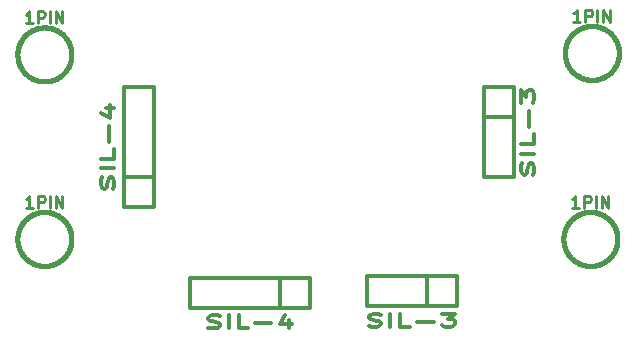
<source format=gto>
G04 ( created by brdgerber.py ( brdgerber.py v0.1 2014-03-12 ) ) date 2021-02-22 12:09:11 EST*
G04 Gerber Fmt 3.4, Leading zero omitted, Abs format*
%MOIN*%
%FSLAX34Y34*%
G01*
G70*
G90*
G04 APERTURE LIST*
%ADD18C,0.0000*%
%ADD16C,0.0120*%
%ADD13C,0.0150*%
%ADD12C,0.0100*%
%ADD14R,0.0550X0.0550*%
%ADD17C,0.0787*%
%ADD11C,0.1600*%
%ADD15C,0.0550*%
%ADD10C,0.0200*%
G04 APERTURE END LIST*
G54D18*
D13*
G01X-07800Y-02100D02*
G01X-07800Y-02100D01*
G01X-07800Y-02078D01*
G01X-07801Y-02056D01*
G01X-07802Y-02034D01*
G01X-07804Y-02012D01*
G01X-07807Y-01990D01*
G01X-07810Y-01968D01*
G01X-07813Y-01946D01*
G01X-07817Y-01924D01*
G01X-07822Y-01903D01*
G01X-07827Y-01881D01*
G01X-07833Y-01860D01*
G01X-07839Y-01839D01*
G01X-07845Y-01818D01*
G01X-07853Y-01797D01*
G01X-07860Y-01776D01*
G01X-07869Y-01756D01*
G01X-07877Y-01735D01*
G01X-07886Y-01715D01*
G01X-07896Y-01695D01*
G01X-07906Y-01676D01*
G01X-07917Y-01656D01*
G01X-07928Y-01637D01*
G01X-07940Y-01619D01*
G01X-07952Y-01600D01*
G01X-07964Y-01582D01*
G01X-07977Y-01564D01*
G01X-07990Y-01546D01*
G01X-08004Y-01529D01*
G01X-08019Y-01512D01*
G01X-08033Y-01496D01*
G01X-08048Y-01479D01*
G01X-08064Y-01464D01*
G01X-08079Y-01448D01*
G01X-08096Y-01433D01*
G01X-08112Y-01419D01*
G01X-08129Y-01404D01*
G01X-08146Y-01390D01*
G01X-08164Y-01377D01*
G01X-08182Y-01364D01*
G01X-08200Y-01352D01*
G01X-08219Y-01340D01*
G01X-08237Y-01328D01*
G01X-08256Y-01317D01*
G01X-08276Y-01306D01*
G01X-08295Y-01296D01*
G01X-08315Y-01286D01*
G01X-08335Y-01277D01*
G01X-08356Y-01269D01*
G01X-08376Y-01260D01*
G01X-08397Y-01253D01*
G01X-08418Y-01245D01*
G01X-08439Y-01239D01*
G01X-08460Y-01233D01*
G01X-08481Y-01227D01*
G01X-08503Y-01222D01*
G01X-08524Y-01217D01*
G01X-08546Y-01213D01*
G01X-08568Y-01210D01*
G01X-08590Y-01207D01*
G01X-08612Y-01204D01*
G01X-08634Y-01202D01*
G01X-08656Y-01201D01*
G01X-08678Y-01200D01*
G01X-08700Y-01200D01*
G01X-08722Y-01200D01*
G01X-08744Y-01201D01*
G01X-08766Y-01202D01*
G01X-08788Y-01204D01*
G01X-08810Y-01207D01*
G01X-08832Y-01210D01*
G01X-08854Y-01213D01*
G01X-08876Y-01217D01*
G01X-08897Y-01222D01*
G01X-08919Y-01227D01*
G01X-08940Y-01233D01*
G01X-08961Y-01239D01*
G01X-08982Y-01245D01*
G01X-09003Y-01253D01*
G01X-09024Y-01260D01*
G01X-09044Y-01269D01*
G01X-09065Y-01277D01*
G01X-09085Y-01286D01*
G01X-09105Y-01296D01*
G01X-09124Y-01306D01*
G01X-09144Y-01317D01*
G01X-09163Y-01328D01*
G01X-09181Y-01340D01*
G01X-09200Y-01352D01*
G01X-09218Y-01364D01*
G01X-09236Y-01377D01*
G01X-09254Y-01390D01*
G01X-09271Y-01404D01*
G01X-09288Y-01419D01*
G01X-09304Y-01433D01*
G01X-09321Y-01448D01*
G01X-09336Y-01464D01*
G01X-09352Y-01479D01*
G01X-09367Y-01496D01*
G01X-09381Y-01512D01*
G01X-09396Y-01529D01*
G01X-09410Y-01546D01*
G01X-09423Y-01564D01*
G01X-09436Y-01582D01*
G01X-09448Y-01600D01*
G01X-09460Y-01619D01*
G01X-09472Y-01637D01*
G01X-09483Y-01656D01*
G01X-09494Y-01676D01*
G01X-09504Y-01695D01*
G01X-09514Y-01715D01*
G01X-09523Y-01735D01*
G01X-09531Y-01756D01*
G01X-09540Y-01776D01*
G01X-09547Y-01797D01*
G01X-09555Y-01818D01*
G01X-09561Y-01839D01*
G01X-09567Y-01860D01*
G01X-09573Y-01881D01*
G01X-09578Y-01903D01*
G01X-09583Y-01924D01*
G01X-09587Y-01946D01*
G01X-09590Y-01968D01*
G01X-09593Y-01990D01*
G01X-09596Y-02012D01*
G01X-09598Y-02034D01*
G01X-09599Y-02056D01*
G01X-09600Y-02078D01*
G01X-09600Y-02100D01*
G01X-09600Y-02122D01*
G01X-09599Y-02144D01*
G01X-09598Y-02166D01*
G01X-09596Y-02188D01*
G01X-09593Y-02210D01*
G01X-09590Y-02232D01*
G01X-09587Y-02254D01*
G01X-09583Y-02276D01*
G01X-09578Y-02297D01*
G01X-09573Y-02319D01*
G01X-09567Y-02340D01*
G01X-09561Y-02361D01*
G01X-09555Y-02382D01*
G01X-09547Y-02403D01*
G01X-09540Y-02424D01*
G01X-09531Y-02444D01*
G01X-09523Y-02465D01*
G01X-09514Y-02485D01*
G01X-09504Y-02505D01*
G01X-09494Y-02524D01*
G01X-09483Y-02544D01*
G01X-09472Y-02563D01*
G01X-09460Y-02581D01*
G01X-09448Y-02600D01*
G01X-09436Y-02618D01*
G01X-09423Y-02636D01*
G01X-09410Y-02654D01*
G01X-09396Y-02671D01*
G01X-09381Y-02688D01*
G01X-09367Y-02704D01*
G01X-09352Y-02721D01*
G01X-09336Y-02736D01*
G01X-09321Y-02752D01*
G01X-09304Y-02767D01*
G01X-09288Y-02781D01*
G01X-09271Y-02796D01*
G01X-09254Y-02810D01*
G01X-09236Y-02823D01*
G01X-09218Y-02836D01*
G01X-09200Y-02848D01*
G01X-09181Y-02860D01*
G01X-09163Y-02872D01*
G01X-09144Y-02883D01*
G01X-09124Y-02894D01*
G01X-09105Y-02904D01*
G01X-09085Y-02914D01*
G01X-09065Y-02923D01*
G01X-09044Y-02931D01*
G01X-09024Y-02940D01*
G01X-09003Y-02947D01*
G01X-08982Y-02955D01*
G01X-08961Y-02961D01*
G01X-08940Y-02967D01*
G01X-08919Y-02973D01*
G01X-08897Y-02978D01*
G01X-08876Y-02983D01*
G01X-08854Y-02987D01*
G01X-08832Y-02990D01*
G01X-08810Y-02993D01*
G01X-08788Y-02996D01*
G01X-08766Y-02998D01*
G01X-08744Y-02999D01*
G01X-08722Y-03000D01*
G01X-08700Y-03000D01*
G01X-08678Y-03000D01*
G01X-08656Y-02999D01*
G01X-08634Y-02998D01*
G01X-08612Y-02996D01*
G01X-08590Y-02993D01*
G01X-08568Y-02990D01*
G01X-08546Y-02987D01*
G01X-08524Y-02983D01*
G01X-08503Y-02978D01*
G01X-08481Y-02973D01*
G01X-08460Y-02967D01*
G01X-08439Y-02961D01*
G01X-08418Y-02955D01*
G01X-08397Y-02947D01*
G01X-08376Y-02940D01*
G01X-08356Y-02931D01*
G01X-08335Y-02923D01*
G01X-08315Y-02914D01*
G01X-08295Y-02904D01*
G01X-08276Y-02894D01*
G01X-08256Y-02883D01*
G01X-08237Y-02872D01*
G01X-08219Y-02860D01*
G01X-08200Y-02848D01*
G01X-08182Y-02836D01*
G01X-08164Y-02823D01*
G01X-08146Y-02810D01*
G01X-08129Y-02796D01*
G01X-08112Y-02781D01*
G01X-08096Y-02767D01*
G01X-08079Y-02752D01*
G01X-08064Y-02736D01*
G01X-08048Y-02721D01*
G01X-08033Y-02704D01*
G01X-08019Y-02688D01*
G01X-08004Y-02671D01*
G01X-07990Y-02654D01*
G01X-07977Y-02636D01*
G01X-07964Y-02618D01*
G01X-07952Y-02600D01*
G01X-07940Y-02581D01*
G01X-07928Y-02563D01*
G01X-07917Y-02544D01*
G01X-07906Y-02524D01*
G01X-07896Y-02505D01*
G01X-07886Y-02485D01*
G01X-07877Y-02465D01*
G01X-07869Y-02444D01*
G01X-07860Y-02424D01*
G01X-07853Y-02403D01*
G01X-07845Y-02382D01*
G01X-07839Y-02361D01*
G01X-07833Y-02340D01*
G01X-07827Y-02319D01*
G01X-07822Y-02297D01*
G01X-07817Y-02276D01*
G01X-07813Y-02254D01*
G01X-07810Y-02232D01*
G01X-07807Y-02210D01*
G01X-07804Y-02188D01*
G01X-07802Y-02166D01*
G01X-07801Y-02144D01*
G01X-07800Y-02122D01*
G01X-07800Y-02100D01*
D12*
G01X-09090Y-01062D02*
G01X-09319Y-01062D01*
D12*
G01X-09205Y-01062D02*
G01X-09205Y-00662D01*
G01X-09243Y-00719D01*
G01X-09281Y-00757D01*
G01X-09319Y-00776D01*
D12*
G01X-08919Y-01062D02*
G01X-08919Y-00662D01*
G01X-08767Y-00662D01*
G01X-08729Y-00681D01*
G01X-08710Y-00700D01*
G01X-08690Y-00738D01*
G01X-08690Y-00795D01*
G01X-08710Y-00833D01*
G01X-08729Y-00852D01*
G01X-08767Y-00871D01*
G01X-08919Y-00871D01*
D12*
G01X-08519Y-01062D02*
G01X-08519Y-00662D01*
D12*
G01X-08329Y-01062D02*
G01X-08329Y-00662D01*
G01X-08100Y-01062D01*
G01X-08100Y-00662D01*
D13*
G01X10400Y-02100D02*
G01X10400Y-02100D01*
G01X10400Y-02078D01*
G01X10399Y-02056D01*
G01X10398Y-02034D01*
G01X10396Y-02012D01*
G01X10393Y-01990D01*
G01X10390Y-01968D01*
G01X10387Y-01946D01*
G01X10383Y-01924D01*
G01X10378Y-01903D01*
G01X10373Y-01881D01*
G01X10367Y-01860D01*
G01X10361Y-01839D01*
G01X10355Y-01818D01*
G01X10347Y-01797D01*
G01X10340Y-01776D01*
G01X10331Y-01756D01*
G01X10323Y-01735D01*
G01X10314Y-01715D01*
G01X10304Y-01695D01*
G01X10294Y-01676D01*
G01X10283Y-01656D01*
G01X10272Y-01637D01*
G01X10260Y-01619D01*
G01X10248Y-01600D01*
G01X10236Y-01582D01*
G01X10223Y-01564D01*
G01X10210Y-01546D01*
G01X10196Y-01529D01*
G01X10181Y-01512D01*
G01X10167Y-01496D01*
G01X10152Y-01479D01*
G01X10136Y-01464D01*
G01X10121Y-01448D01*
G01X10104Y-01433D01*
G01X10088Y-01419D01*
G01X10071Y-01404D01*
G01X10054Y-01390D01*
G01X10036Y-01377D01*
G01X10018Y-01364D01*
G01X10000Y-01352D01*
G01X09981Y-01340D01*
G01X09963Y-01328D01*
G01X09944Y-01317D01*
G01X09924Y-01306D01*
G01X09905Y-01296D01*
G01X09885Y-01286D01*
G01X09865Y-01277D01*
G01X09844Y-01269D01*
G01X09824Y-01260D01*
G01X09803Y-01253D01*
G01X09782Y-01245D01*
G01X09761Y-01239D01*
G01X09740Y-01233D01*
G01X09719Y-01227D01*
G01X09697Y-01222D01*
G01X09676Y-01217D01*
G01X09654Y-01213D01*
G01X09632Y-01210D01*
G01X09610Y-01207D01*
G01X09588Y-01204D01*
G01X09566Y-01202D01*
G01X09544Y-01201D01*
G01X09522Y-01200D01*
G01X09500Y-01200D01*
G01X09478Y-01200D01*
G01X09456Y-01201D01*
G01X09434Y-01202D01*
G01X09412Y-01204D01*
G01X09390Y-01207D01*
G01X09368Y-01210D01*
G01X09346Y-01213D01*
G01X09324Y-01217D01*
G01X09303Y-01222D01*
G01X09281Y-01227D01*
G01X09260Y-01233D01*
G01X09239Y-01239D01*
G01X09218Y-01245D01*
G01X09197Y-01253D01*
G01X09176Y-01260D01*
G01X09156Y-01269D01*
G01X09135Y-01277D01*
G01X09115Y-01286D01*
G01X09095Y-01296D01*
G01X09076Y-01306D01*
G01X09056Y-01317D01*
G01X09037Y-01328D01*
G01X09019Y-01340D01*
G01X09000Y-01352D01*
G01X08982Y-01364D01*
G01X08964Y-01377D01*
G01X08946Y-01390D01*
G01X08929Y-01404D01*
G01X08912Y-01419D01*
G01X08896Y-01433D01*
G01X08879Y-01448D01*
G01X08864Y-01464D01*
G01X08848Y-01479D01*
G01X08833Y-01496D01*
G01X08819Y-01512D01*
G01X08804Y-01529D01*
G01X08790Y-01546D01*
G01X08777Y-01564D01*
G01X08764Y-01582D01*
G01X08752Y-01600D01*
G01X08740Y-01619D01*
G01X08728Y-01637D01*
G01X08717Y-01656D01*
G01X08706Y-01676D01*
G01X08696Y-01695D01*
G01X08686Y-01715D01*
G01X08677Y-01735D01*
G01X08669Y-01756D01*
G01X08660Y-01776D01*
G01X08653Y-01797D01*
G01X08645Y-01818D01*
G01X08639Y-01839D01*
G01X08633Y-01860D01*
G01X08627Y-01881D01*
G01X08622Y-01903D01*
G01X08617Y-01924D01*
G01X08613Y-01946D01*
G01X08610Y-01968D01*
G01X08607Y-01990D01*
G01X08604Y-02012D01*
G01X08602Y-02034D01*
G01X08601Y-02056D01*
G01X08600Y-02078D01*
G01X08600Y-02100D01*
G01X08600Y-02122D01*
G01X08601Y-02144D01*
G01X08602Y-02166D01*
G01X08604Y-02188D01*
G01X08607Y-02210D01*
G01X08610Y-02232D01*
G01X08613Y-02254D01*
G01X08617Y-02276D01*
G01X08622Y-02297D01*
G01X08627Y-02319D01*
G01X08633Y-02340D01*
G01X08639Y-02361D01*
G01X08645Y-02382D01*
G01X08653Y-02403D01*
G01X08660Y-02424D01*
G01X08669Y-02444D01*
G01X08677Y-02465D01*
G01X08686Y-02485D01*
G01X08696Y-02505D01*
G01X08706Y-02524D01*
G01X08717Y-02544D01*
G01X08728Y-02563D01*
G01X08740Y-02581D01*
G01X08752Y-02600D01*
G01X08764Y-02618D01*
G01X08777Y-02636D01*
G01X08790Y-02654D01*
G01X08804Y-02671D01*
G01X08819Y-02688D01*
G01X08833Y-02704D01*
G01X08848Y-02721D01*
G01X08864Y-02736D01*
G01X08879Y-02752D01*
G01X08896Y-02767D01*
G01X08912Y-02781D01*
G01X08929Y-02796D01*
G01X08946Y-02810D01*
G01X08964Y-02823D01*
G01X08982Y-02836D01*
G01X09000Y-02848D01*
G01X09019Y-02860D01*
G01X09037Y-02872D01*
G01X09056Y-02883D01*
G01X09076Y-02894D01*
G01X09095Y-02904D01*
G01X09115Y-02914D01*
G01X09135Y-02923D01*
G01X09156Y-02931D01*
G01X09176Y-02940D01*
G01X09197Y-02947D01*
G01X09218Y-02955D01*
G01X09239Y-02961D01*
G01X09260Y-02967D01*
G01X09281Y-02973D01*
G01X09303Y-02978D01*
G01X09324Y-02983D01*
G01X09346Y-02987D01*
G01X09368Y-02990D01*
G01X09390Y-02993D01*
G01X09412Y-02996D01*
G01X09434Y-02998D01*
G01X09456Y-02999D01*
G01X09478Y-03000D01*
G01X09500Y-03000D01*
G01X09522Y-03000D01*
G01X09544Y-02999D01*
G01X09566Y-02998D01*
G01X09588Y-02996D01*
G01X09610Y-02993D01*
G01X09632Y-02990D01*
G01X09654Y-02987D01*
G01X09676Y-02983D01*
G01X09697Y-02978D01*
G01X09719Y-02973D01*
G01X09740Y-02967D01*
G01X09761Y-02961D01*
G01X09782Y-02955D01*
G01X09803Y-02947D01*
G01X09824Y-02940D01*
G01X09844Y-02931D01*
G01X09865Y-02923D01*
G01X09885Y-02914D01*
G01X09905Y-02904D01*
G01X09924Y-02894D01*
G01X09944Y-02883D01*
G01X09963Y-02872D01*
G01X09981Y-02860D01*
G01X10000Y-02848D01*
G01X10018Y-02836D01*
G01X10036Y-02823D01*
G01X10054Y-02810D01*
G01X10071Y-02796D01*
G01X10088Y-02781D01*
G01X10104Y-02767D01*
G01X10121Y-02752D01*
G01X10136Y-02736D01*
G01X10152Y-02721D01*
G01X10167Y-02704D01*
G01X10181Y-02688D01*
G01X10196Y-02671D01*
G01X10210Y-02654D01*
G01X10223Y-02636D01*
G01X10236Y-02618D01*
G01X10248Y-02600D01*
G01X10260Y-02581D01*
G01X10272Y-02563D01*
G01X10283Y-02544D01*
G01X10294Y-02524D01*
G01X10304Y-02505D01*
G01X10314Y-02485D01*
G01X10323Y-02465D01*
G01X10331Y-02444D01*
G01X10340Y-02424D01*
G01X10347Y-02403D01*
G01X10355Y-02382D01*
G01X10361Y-02361D01*
G01X10367Y-02340D01*
G01X10373Y-02319D01*
G01X10378Y-02297D01*
G01X10383Y-02276D01*
G01X10387Y-02254D01*
G01X10390Y-02232D01*
G01X10393Y-02210D01*
G01X10396Y-02188D01*
G01X10398Y-02166D01*
G01X10399Y-02144D01*
G01X10400Y-02122D01*
G01X10400Y-02100D01*
D12*
G01X09110Y-01062D02*
G01X08881Y-01062D01*
D12*
G01X08995Y-01062D02*
G01X08995Y-00662D01*
G01X08957Y-00719D01*
G01X08919Y-00757D01*
G01X08881Y-00776D01*
D12*
G01X09281Y-01062D02*
G01X09281Y-00662D01*
G01X09433Y-00662D01*
G01X09471Y-00681D01*
G01X09490Y-00700D01*
G01X09510Y-00738D01*
G01X09510Y-00795D01*
G01X09490Y-00833D01*
G01X09471Y-00852D01*
G01X09433Y-00871D01*
G01X09281Y-00871D01*
D12*
G01X09681Y-01062D02*
G01X09681Y-00662D01*
D12*
G01X09871Y-01062D02*
G01X09871Y-00662D01*
G01X10100Y-01062D01*
G01X10100Y-00662D01*
D13*
G01X-07800Y04050D02*
G01X-07800Y04050D01*
G01X-07800Y04072D01*
G01X-07801Y04094D01*
G01X-07802Y04116D01*
G01X-07804Y04138D01*
G01X-07807Y04160D01*
G01X-07810Y04182D01*
G01X-07813Y04204D01*
G01X-07817Y04226D01*
G01X-07822Y04247D01*
G01X-07827Y04269D01*
G01X-07833Y04290D01*
G01X-07839Y04311D01*
G01X-07845Y04332D01*
G01X-07853Y04353D01*
G01X-07860Y04374D01*
G01X-07869Y04394D01*
G01X-07877Y04415D01*
G01X-07886Y04435D01*
G01X-07896Y04455D01*
G01X-07906Y04474D01*
G01X-07917Y04494D01*
G01X-07928Y04513D01*
G01X-07940Y04531D01*
G01X-07952Y04550D01*
G01X-07964Y04568D01*
G01X-07977Y04586D01*
G01X-07990Y04604D01*
G01X-08004Y04621D01*
G01X-08019Y04638D01*
G01X-08033Y04654D01*
G01X-08048Y04671D01*
G01X-08064Y04686D01*
G01X-08079Y04702D01*
G01X-08096Y04717D01*
G01X-08112Y04731D01*
G01X-08129Y04746D01*
G01X-08146Y04760D01*
G01X-08164Y04773D01*
G01X-08182Y04786D01*
G01X-08200Y04798D01*
G01X-08219Y04810D01*
G01X-08237Y04822D01*
G01X-08256Y04833D01*
G01X-08276Y04844D01*
G01X-08295Y04854D01*
G01X-08315Y04864D01*
G01X-08335Y04873D01*
G01X-08356Y04881D01*
G01X-08376Y04890D01*
G01X-08397Y04897D01*
G01X-08418Y04905D01*
G01X-08439Y04911D01*
G01X-08460Y04917D01*
G01X-08481Y04923D01*
G01X-08503Y04928D01*
G01X-08524Y04933D01*
G01X-08546Y04937D01*
G01X-08568Y04940D01*
G01X-08590Y04943D01*
G01X-08612Y04946D01*
G01X-08634Y04948D01*
G01X-08656Y04949D01*
G01X-08678Y04950D01*
G01X-08700Y04950D01*
G01X-08722Y04950D01*
G01X-08744Y04949D01*
G01X-08766Y04948D01*
G01X-08788Y04946D01*
G01X-08810Y04943D01*
G01X-08832Y04940D01*
G01X-08854Y04937D01*
G01X-08876Y04933D01*
G01X-08897Y04928D01*
G01X-08919Y04923D01*
G01X-08940Y04917D01*
G01X-08961Y04911D01*
G01X-08982Y04905D01*
G01X-09003Y04897D01*
G01X-09024Y04890D01*
G01X-09044Y04881D01*
G01X-09065Y04873D01*
G01X-09085Y04864D01*
G01X-09105Y04854D01*
G01X-09124Y04844D01*
G01X-09144Y04833D01*
G01X-09163Y04822D01*
G01X-09181Y04810D01*
G01X-09200Y04798D01*
G01X-09218Y04786D01*
G01X-09236Y04773D01*
G01X-09254Y04760D01*
G01X-09271Y04746D01*
G01X-09288Y04731D01*
G01X-09304Y04717D01*
G01X-09321Y04702D01*
G01X-09336Y04686D01*
G01X-09352Y04671D01*
G01X-09367Y04654D01*
G01X-09381Y04638D01*
G01X-09396Y04621D01*
G01X-09410Y04604D01*
G01X-09423Y04586D01*
G01X-09436Y04568D01*
G01X-09448Y04550D01*
G01X-09460Y04531D01*
G01X-09472Y04513D01*
G01X-09483Y04494D01*
G01X-09494Y04474D01*
G01X-09504Y04455D01*
G01X-09514Y04435D01*
G01X-09523Y04415D01*
G01X-09531Y04394D01*
G01X-09540Y04374D01*
G01X-09547Y04353D01*
G01X-09555Y04332D01*
G01X-09561Y04311D01*
G01X-09567Y04290D01*
G01X-09573Y04269D01*
G01X-09578Y04247D01*
G01X-09583Y04226D01*
G01X-09587Y04204D01*
G01X-09590Y04182D01*
G01X-09593Y04160D01*
G01X-09596Y04138D01*
G01X-09598Y04116D01*
G01X-09599Y04094D01*
G01X-09600Y04072D01*
G01X-09600Y04050D01*
G01X-09600Y04028D01*
G01X-09599Y04006D01*
G01X-09598Y03984D01*
G01X-09596Y03962D01*
G01X-09593Y03940D01*
G01X-09590Y03918D01*
G01X-09587Y03896D01*
G01X-09583Y03874D01*
G01X-09578Y03853D01*
G01X-09573Y03831D01*
G01X-09567Y03810D01*
G01X-09561Y03789D01*
G01X-09555Y03768D01*
G01X-09547Y03747D01*
G01X-09540Y03726D01*
G01X-09531Y03706D01*
G01X-09523Y03685D01*
G01X-09514Y03665D01*
G01X-09504Y03645D01*
G01X-09494Y03626D01*
G01X-09483Y03606D01*
G01X-09472Y03587D01*
G01X-09460Y03569D01*
G01X-09448Y03550D01*
G01X-09436Y03532D01*
G01X-09423Y03514D01*
G01X-09410Y03496D01*
G01X-09396Y03479D01*
G01X-09381Y03462D01*
G01X-09367Y03446D01*
G01X-09352Y03429D01*
G01X-09336Y03414D01*
G01X-09321Y03398D01*
G01X-09304Y03383D01*
G01X-09288Y03369D01*
G01X-09271Y03354D01*
G01X-09254Y03340D01*
G01X-09236Y03327D01*
G01X-09218Y03314D01*
G01X-09200Y03302D01*
G01X-09181Y03290D01*
G01X-09163Y03278D01*
G01X-09144Y03267D01*
G01X-09124Y03256D01*
G01X-09105Y03246D01*
G01X-09085Y03236D01*
G01X-09065Y03227D01*
G01X-09044Y03219D01*
G01X-09024Y03210D01*
G01X-09003Y03203D01*
G01X-08982Y03195D01*
G01X-08961Y03189D01*
G01X-08940Y03183D01*
G01X-08919Y03177D01*
G01X-08897Y03172D01*
G01X-08876Y03167D01*
G01X-08854Y03163D01*
G01X-08832Y03160D01*
G01X-08810Y03157D01*
G01X-08788Y03154D01*
G01X-08766Y03152D01*
G01X-08744Y03151D01*
G01X-08722Y03150D01*
G01X-08700Y03150D01*
G01X-08678Y03150D01*
G01X-08656Y03151D01*
G01X-08634Y03152D01*
G01X-08612Y03154D01*
G01X-08590Y03157D01*
G01X-08568Y03160D01*
G01X-08546Y03163D01*
G01X-08524Y03167D01*
G01X-08503Y03172D01*
G01X-08481Y03177D01*
G01X-08460Y03183D01*
G01X-08439Y03189D01*
G01X-08418Y03195D01*
G01X-08397Y03203D01*
G01X-08376Y03210D01*
G01X-08356Y03219D01*
G01X-08335Y03227D01*
G01X-08315Y03236D01*
G01X-08295Y03246D01*
G01X-08276Y03256D01*
G01X-08256Y03267D01*
G01X-08237Y03278D01*
G01X-08219Y03290D01*
G01X-08200Y03302D01*
G01X-08182Y03314D01*
G01X-08164Y03327D01*
G01X-08146Y03340D01*
G01X-08129Y03354D01*
G01X-08112Y03369D01*
G01X-08096Y03383D01*
G01X-08079Y03398D01*
G01X-08064Y03414D01*
G01X-08048Y03429D01*
G01X-08033Y03446D01*
G01X-08019Y03462D01*
G01X-08004Y03479D01*
G01X-07990Y03496D01*
G01X-07977Y03514D01*
G01X-07964Y03532D01*
G01X-07952Y03550D01*
G01X-07940Y03569D01*
G01X-07928Y03587D01*
G01X-07917Y03606D01*
G01X-07906Y03626D01*
G01X-07896Y03645D01*
G01X-07886Y03665D01*
G01X-07877Y03685D01*
G01X-07869Y03706D01*
G01X-07860Y03726D01*
G01X-07853Y03747D01*
G01X-07845Y03768D01*
G01X-07839Y03789D01*
G01X-07833Y03810D01*
G01X-07827Y03831D01*
G01X-07822Y03853D01*
G01X-07817Y03874D01*
G01X-07813Y03896D01*
G01X-07810Y03918D01*
G01X-07807Y03940D01*
G01X-07804Y03962D01*
G01X-07802Y03984D01*
G01X-07801Y04006D01*
G01X-07800Y04028D01*
G01X-07800Y04050D01*
D12*
G01X-09090Y05088D02*
G01X-09319Y05088D01*
D12*
G01X-09205Y05088D02*
G01X-09205Y05488D01*
G01X-09243Y05431D01*
G01X-09281Y05393D01*
G01X-09319Y05374D01*
D12*
G01X-08919Y05088D02*
G01X-08919Y05488D01*
G01X-08767Y05488D01*
G01X-08729Y05469D01*
G01X-08710Y05450D01*
G01X-08690Y05412D01*
G01X-08690Y05355D01*
G01X-08710Y05317D01*
G01X-08729Y05298D01*
G01X-08767Y05279D01*
G01X-08919Y05279D01*
D12*
G01X-08519Y05088D02*
G01X-08519Y05488D01*
D12*
G01X-08329Y05088D02*
G01X-08329Y05488D01*
G01X-08100Y05088D01*
G01X-08100Y05488D01*
D13*
G01X10450Y04100D02*
G01X10450Y04100D01*
G01X10450Y04122D01*
G01X10449Y04144D01*
G01X10448Y04166D01*
G01X10446Y04188D01*
G01X10443Y04210D01*
G01X10440Y04232D01*
G01X10437Y04254D01*
G01X10433Y04276D01*
G01X10428Y04297D01*
G01X10423Y04319D01*
G01X10417Y04340D01*
G01X10411Y04361D01*
G01X10405Y04382D01*
G01X10397Y04403D01*
G01X10390Y04424D01*
G01X10381Y04444D01*
G01X10373Y04465D01*
G01X10364Y04485D01*
G01X10354Y04505D01*
G01X10344Y04524D01*
G01X10333Y04544D01*
G01X10322Y04563D01*
G01X10310Y04581D01*
G01X10298Y04600D01*
G01X10286Y04618D01*
G01X10273Y04636D01*
G01X10260Y04654D01*
G01X10246Y04671D01*
G01X10231Y04688D01*
G01X10217Y04704D01*
G01X10202Y04721D01*
G01X10186Y04736D01*
G01X10171Y04752D01*
G01X10154Y04767D01*
G01X10138Y04781D01*
G01X10121Y04796D01*
G01X10104Y04810D01*
G01X10086Y04823D01*
G01X10068Y04836D01*
G01X10050Y04848D01*
G01X10031Y04860D01*
G01X10013Y04872D01*
G01X09994Y04883D01*
G01X09974Y04894D01*
G01X09955Y04904D01*
G01X09935Y04914D01*
G01X09915Y04923D01*
G01X09894Y04931D01*
G01X09874Y04940D01*
G01X09853Y04947D01*
G01X09832Y04955D01*
G01X09811Y04961D01*
G01X09790Y04967D01*
G01X09769Y04973D01*
G01X09747Y04978D01*
G01X09726Y04983D01*
G01X09704Y04987D01*
G01X09682Y04990D01*
G01X09660Y04993D01*
G01X09638Y04996D01*
G01X09616Y04998D01*
G01X09594Y04999D01*
G01X09572Y05000D01*
G01X09550Y05000D01*
G01X09528Y05000D01*
G01X09506Y04999D01*
G01X09484Y04998D01*
G01X09462Y04996D01*
G01X09440Y04993D01*
G01X09418Y04990D01*
G01X09396Y04987D01*
G01X09374Y04983D01*
G01X09353Y04978D01*
G01X09331Y04973D01*
G01X09310Y04967D01*
G01X09289Y04961D01*
G01X09268Y04955D01*
G01X09247Y04947D01*
G01X09226Y04940D01*
G01X09206Y04931D01*
G01X09185Y04923D01*
G01X09165Y04914D01*
G01X09145Y04904D01*
G01X09126Y04894D01*
G01X09106Y04883D01*
G01X09087Y04872D01*
G01X09069Y04860D01*
G01X09050Y04848D01*
G01X09032Y04836D01*
G01X09014Y04823D01*
G01X08996Y04810D01*
G01X08979Y04796D01*
G01X08962Y04781D01*
G01X08946Y04767D01*
G01X08929Y04752D01*
G01X08914Y04736D01*
G01X08898Y04721D01*
G01X08883Y04704D01*
G01X08869Y04688D01*
G01X08854Y04671D01*
G01X08840Y04654D01*
G01X08827Y04636D01*
G01X08814Y04618D01*
G01X08802Y04600D01*
G01X08790Y04581D01*
G01X08778Y04563D01*
G01X08767Y04544D01*
G01X08756Y04524D01*
G01X08746Y04505D01*
G01X08736Y04485D01*
G01X08727Y04465D01*
G01X08719Y04444D01*
G01X08710Y04424D01*
G01X08703Y04403D01*
G01X08695Y04382D01*
G01X08689Y04361D01*
G01X08683Y04340D01*
G01X08677Y04319D01*
G01X08672Y04297D01*
G01X08667Y04276D01*
G01X08663Y04254D01*
G01X08660Y04232D01*
G01X08657Y04210D01*
G01X08654Y04188D01*
G01X08652Y04166D01*
G01X08651Y04144D01*
G01X08650Y04122D01*
G01X08650Y04100D01*
G01X08650Y04078D01*
G01X08651Y04056D01*
G01X08652Y04034D01*
G01X08654Y04012D01*
G01X08657Y03990D01*
G01X08660Y03968D01*
G01X08663Y03946D01*
G01X08667Y03924D01*
G01X08672Y03903D01*
G01X08677Y03881D01*
G01X08683Y03860D01*
G01X08689Y03839D01*
G01X08695Y03818D01*
G01X08703Y03797D01*
G01X08710Y03776D01*
G01X08719Y03756D01*
G01X08727Y03735D01*
G01X08736Y03715D01*
G01X08746Y03695D01*
G01X08756Y03676D01*
G01X08767Y03656D01*
G01X08778Y03637D01*
G01X08790Y03619D01*
G01X08802Y03600D01*
G01X08814Y03582D01*
G01X08827Y03564D01*
G01X08840Y03546D01*
G01X08854Y03529D01*
G01X08869Y03512D01*
G01X08883Y03496D01*
G01X08898Y03479D01*
G01X08914Y03464D01*
G01X08929Y03448D01*
G01X08946Y03433D01*
G01X08962Y03419D01*
G01X08979Y03404D01*
G01X08996Y03390D01*
G01X09014Y03377D01*
G01X09032Y03364D01*
G01X09050Y03352D01*
G01X09069Y03340D01*
G01X09087Y03328D01*
G01X09106Y03317D01*
G01X09126Y03306D01*
G01X09145Y03296D01*
G01X09165Y03286D01*
G01X09185Y03277D01*
G01X09206Y03269D01*
G01X09226Y03260D01*
G01X09247Y03253D01*
G01X09268Y03245D01*
G01X09289Y03239D01*
G01X09310Y03233D01*
G01X09331Y03227D01*
G01X09353Y03222D01*
G01X09374Y03217D01*
G01X09396Y03213D01*
G01X09418Y03210D01*
G01X09440Y03207D01*
G01X09462Y03204D01*
G01X09484Y03202D01*
G01X09506Y03201D01*
G01X09528Y03200D01*
G01X09550Y03200D01*
G01X09572Y03200D01*
G01X09594Y03201D01*
G01X09616Y03202D01*
G01X09638Y03204D01*
G01X09660Y03207D01*
G01X09682Y03210D01*
G01X09704Y03213D01*
G01X09726Y03217D01*
G01X09747Y03222D01*
G01X09769Y03227D01*
G01X09790Y03233D01*
G01X09811Y03239D01*
G01X09832Y03245D01*
G01X09853Y03253D01*
G01X09874Y03260D01*
G01X09894Y03269D01*
G01X09915Y03277D01*
G01X09935Y03286D01*
G01X09955Y03296D01*
G01X09974Y03306D01*
G01X09994Y03317D01*
G01X10013Y03328D01*
G01X10031Y03340D01*
G01X10050Y03352D01*
G01X10068Y03364D01*
G01X10086Y03377D01*
G01X10104Y03390D01*
G01X10121Y03404D01*
G01X10138Y03419D01*
G01X10154Y03433D01*
G01X10171Y03448D01*
G01X10186Y03464D01*
G01X10202Y03479D01*
G01X10217Y03496D01*
G01X10231Y03512D01*
G01X10246Y03529D01*
G01X10260Y03546D01*
G01X10273Y03564D01*
G01X10286Y03582D01*
G01X10298Y03600D01*
G01X10310Y03619D01*
G01X10322Y03637D01*
G01X10333Y03656D01*
G01X10344Y03676D01*
G01X10354Y03695D01*
G01X10364Y03715D01*
G01X10373Y03735D01*
G01X10381Y03756D01*
G01X10390Y03776D01*
G01X10397Y03797D01*
G01X10405Y03818D01*
G01X10411Y03839D01*
G01X10417Y03860D01*
G01X10423Y03881D01*
G01X10428Y03903D01*
G01X10433Y03924D01*
G01X10437Y03946D01*
G01X10440Y03968D01*
G01X10443Y03990D01*
G01X10446Y04012D01*
G01X10448Y04034D01*
G01X10449Y04056D01*
G01X10450Y04078D01*
G01X10450Y04100D01*
D12*
G01X09160Y05138D02*
G01X08931Y05138D01*
D12*
G01X09045Y05138D02*
G01X09045Y05538D01*
G01X09007Y05481D01*
G01X08969Y05443D01*
G01X08931Y05424D01*
D12*
G01X09331Y05138D02*
G01X09331Y05538D01*
G01X09483Y05538D01*
G01X09521Y05519D01*
G01X09540Y05500D01*
G01X09560Y05462D01*
G01X09560Y05405D01*
G01X09540Y05367D01*
G01X09521Y05348D01*
G01X09483Y05329D01*
G01X09331Y05329D01*
D12*
G01X09731Y05138D02*
G01X09731Y05538D01*
D12*
G01X09921Y05138D02*
G01X09921Y05538D01*
G01X10150Y05138D01*
G01X10150Y05538D01*
D16*
G01X00150Y-04400D02*
G01X00150Y-04400D01*
D16*
G01X00150Y-03400D02*
G01X00150Y-04400D01*
D16*
G01X00150Y-04400D02*
G01X00150Y-04400D01*
D16*
G01X00150Y-04400D02*
G01X-03850Y-04400D01*
D16*
G01X-03850Y-04400D02*
G01X-03850Y-03400D01*
D16*
G01X-03850Y-03400D02*
G01X00150Y-03400D01*
D16*
G01X-00850Y-03400D02*
G01X-00850Y-04400D01*
D16*
G01X-03232Y-05053D02*
G01X-03135Y-05073D01*
G01X-02972Y-05073D01*
G01X-02907Y-05053D01*
G01X-02875Y-05032D01*
G01X-02842Y-04992D01*
G01X-02842Y-04951D01*
G01X-02875Y-04910D01*
G01X-02907Y-04890D01*
G01X-02972Y-04869D01*
G01X-03102Y-04849D01*
G01X-03167Y-04829D01*
G01X-03200Y-04808D01*
G01X-03232Y-04768D01*
G01X-03232Y-04727D01*
G01X-03200Y-04686D01*
G01X-03167Y-04666D01*
G01X-03102Y-04645D01*
G01X-02940Y-04645D01*
G01X-02842Y-04666D01*
D16*
G01X-02549Y-05073D02*
G01X-02549Y-04645D01*
D16*
G01X-01899Y-05073D02*
G01X-02224Y-05073D01*
G01X-02224Y-04645D01*
D16*
G01X-01671Y-04910D02*
G01X-01151Y-04910D01*
D16*
G01X-00533Y-04788D02*
G01X-00533Y-05073D01*
D16*
G01X-00695Y-04625D02*
G01X-00858Y-04931D01*
G01X-00435Y-04931D01*
D16*
G01X-06050Y-01050D02*
G01X-06050Y-01050D01*
D16*
G01X-05050Y-01050D02*
G01X-06050Y-01050D01*
D16*
G01X-06050Y-01050D02*
G01X-06050Y-01050D01*
D16*
G01X-06050Y-01050D02*
G01X-06050Y02950D01*
D16*
G01X-06050Y02950D02*
G01X-05050Y02950D01*
D16*
G01X-05050Y02950D02*
G01X-05050Y-01050D01*
D16*
G01X-05050Y-00050D02*
G01X-06050Y-00050D01*
D16*
G01X-06397Y-00432D02*
G01X-06377Y-00335D01*
G01X-06377Y-00172D01*
G01X-06397Y-00107D01*
G01X-06418Y-00075D01*
G01X-06458Y-00042D01*
G01X-06499Y-00042D01*
G01X-06540Y-00075D01*
G01X-06560Y-00107D01*
G01X-06581Y-00172D01*
G01X-06601Y-00302D01*
G01X-06621Y-00367D01*
G01X-06642Y-00400D01*
G01X-06682Y-00432D01*
G01X-06723Y-00432D01*
G01X-06764Y-00400D01*
G01X-06784Y-00367D01*
G01X-06805Y-00302D01*
G01X-06805Y-00140D01*
G01X-06784Y-00042D01*
D16*
G01X-06377Y00251D02*
G01X-06805Y00251D01*
D16*
G01X-06377Y00901D02*
G01X-06377Y00576D01*
G01X-06805Y00576D01*
D16*
G01X-06540Y01129D02*
G01X-06540Y01649D01*
D16*
G01X-06662Y02267D02*
G01X-06377Y02267D01*
D16*
G01X-06825Y02105D02*
G01X-06519Y01942D01*
G01X-06519Y02365D01*
D16*
G01X05050Y-03350D02*
G01X05050Y-04350D01*
D16*
G01X05050Y-04350D02*
G01X02050Y-04350D01*
D16*
G01X02050Y-04350D02*
G01X02050Y-03350D01*
D16*
G01X02050Y-03350D02*
G01X05050Y-03350D01*
D16*
G01X04050Y-04350D02*
G01X04050Y-03350D01*
D16*
G01X02123Y-05001D02*
G01X02224Y-05022D01*
G01X02392Y-05022D01*
G01X02459Y-05001D01*
G01X02493Y-04981D01*
G01X02526Y-04941D01*
G01X02526Y-04900D01*
G01X02493Y-04860D01*
G01X02459Y-04840D01*
G01X02392Y-04820D01*
G01X02258Y-04800D01*
G01X02190Y-04779D01*
G01X02157Y-04759D01*
G01X02123Y-04719D01*
G01X02123Y-04678D01*
G01X02157Y-04638D01*
G01X02190Y-04618D01*
G01X02258Y-04598D01*
G01X02425Y-04598D01*
G01X02526Y-04618D01*
D16*
G01X02828Y-05022D02*
G01X02828Y-04598D01*
D16*
G01X03500Y-05022D02*
G01X03164Y-05022D01*
G01X03164Y-04598D01*
D16*
G01X03735Y-04860D02*
G01X04272Y-04860D01*
D16*
G01X04540Y-04598D02*
G01X04977Y-04598D01*
G01X04742Y-04759D01*
G01X04843Y-04759D01*
G01X04910Y-04779D01*
G01X04943Y-04800D01*
G01X04977Y-04840D01*
G01X04977Y-04941D01*
G01X04943Y-04981D01*
G01X04910Y-05001D01*
G01X04843Y-05022D01*
G01X04641Y-05022D01*
G01X04574Y-05001D01*
G01X04540Y-04981D01*
D16*
G01X05950Y02950D02*
G01X06950Y02950D01*
D16*
G01X06950Y02950D02*
G01X06950Y-00050D01*
D16*
G01X06950Y-00050D02*
G01X05950Y-00050D01*
D16*
G01X05950Y-00050D02*
G01X05950Y02950D01*
D16*
G01X06950Y01950D02*
G01X05950Y01950D01*
D16*
G01X07601Y00023D02*
G01X07622Y00124D01*
G01X07622Y00292D01*
G01X07601Y00359D01*
G01X07581Y00393D01*
G01X07541Y00426D01*
G01X07500Y00426D01*
G01X07460Y00393D01*
G01X07440Y00359D01*
G01X07420Y00292D01*
G01X07400Y00158D01*
G01X07379Y00090D01*
G01X07359Y00057D01*
G01X07319Y00023D01*
G01X07278Y00023D01*
G01X07238Y00057D01*
G01X07218Y00090D01*
G01X07198Y00158D01*
G01X07198Y00325D01*
G01X07218Y00426D01*
D16*
G01X07622Y00728D02*
G01X07198Y00728D01*
D16*
G01X07622Y01400D02*
G01X07622Y01064D01*
G01X07198Y01064D01*
D16*
G01X07460Y01635D02*
G01X07460Y02172D01*
D16*
G01X07198Y02440D02*
G01X07198Y02877D01*
G01X07359Y02642D01*
G01X07359Y02742D01*
G01X07379Y02810D01*
G01X07400Y02843D01*
G01X07440Y02877D01*
G01X07541Y02877D01*
G01X07581Y02843D01*
G01X07601Y02810D01*
G01X07622Y02742D01*
G01X07622Y02541D01*
G01X07601Y02474D01*
G01X07581Y02440D01*
M02*

</source>
